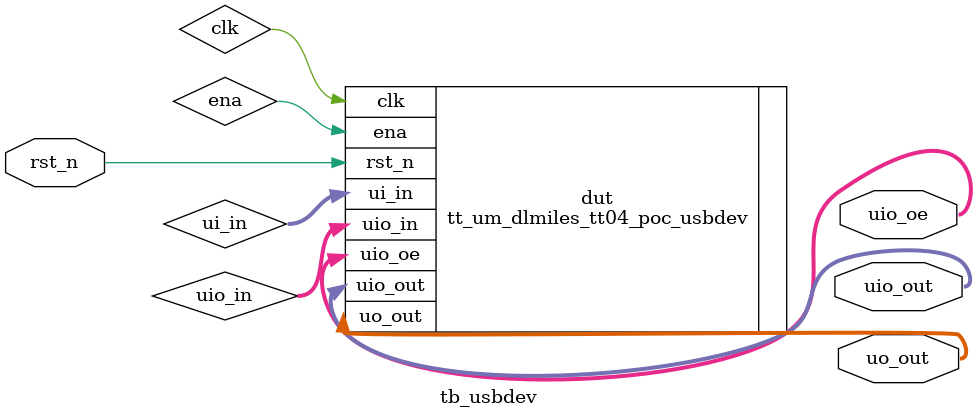
<source format=v>
`default_nettype none
`timescale 1ns/1ps

module tb_usbdev (
    //input			clk,
    input			rst_n,	// async
    //input			ena,

    output		[7:0]	uo_out,
    //input		[7:0]	ui_in,

    output		[7:0]	uio_out,
    //input		[7:0]	uio_in,
    output		[7:0]	uio_oe
);
`ifndef SYNTHESIS
    reg [(8*32)-1:0] DEBUG;
    reg DEBUG_wire;
`endif

    reg clk;
    reg ena;

    reg [7:0] ui_in;
    reg [7:0] uio_in;

    initial begin
        //$dumpfile ("tb_usbdev.vcd");
        $dumpfile ("tb.vcd");	// Renamed for GHA
`ifdef GL_TEST
        // the internal state of a flattened verilog is not that interesting
        $dumpvars (1, tb_usbdev);
`else
        $dumpvars (0, tb_usbdev);
`endif
`ifdef TIMING
        #1;
`endif
`ifndef SYNTHESIS
        DEBUG <= {8'h44, 8'h45, 8'h42, 8'h55, 8'h47, {27{8'h20}}}; // "DEBUG        "
        DEBUG_wire <= 0;
`endif
    end


    tt_um_dlmiles_tt04_poc_usbdev dut (
`ifdef USE_POWER_PINS
        .VPWR     ( 1'b1),
        .VGND     ( 1'b0),
`endif
`ifdef USE_POWER_PINS_LEGACY
        .vccd1    ( 1'b1),
        .vssd1    ( 1'b0),
`endif
        .clk      (clk),
        .rst_n    (rst_n),
        .ena      (ena),
        .uo_out   (uo_out),
        .ui_in    (ui_in),
        .uio_out  (uio_out),
        .uio_in   (uio_in),
        .uio_oe   (uio_oe)
    );

endmodule

</source>
